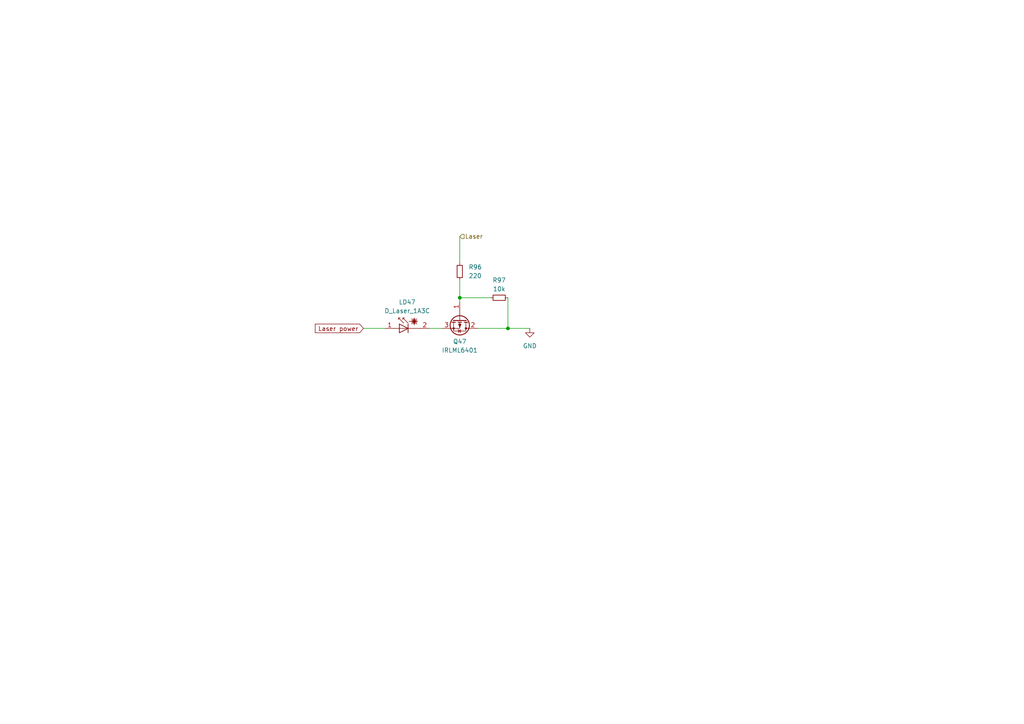
<source format=kicad_sch>
(kicad_sch
	(version 20231120)
	(generator "eeschema")
	(generator_version "8.0")
	(uuid "816df988-7a23-4563-9d03-96849cd3dab5")
	(paper "A4")
	(lib_symbols
		(symbol "Device:D_Laser_1A3C"
			(pin_names
				(offset 1.016) hide)
			(exclude_from_sim no)
			(in_bom yes)
			(on_board yes)
			(property "Reference" "LD"
				(at -1.27 4.445 0)
				(effects
					(font
						(size 1.27 1.27)
					)
				)
			)
			(property "Value" "D_Laser_1A3C"
				(at -1.27 -2.54 0)
				(effects
					(font
						(size 1.27 1.27)
					)
				)
			)
			(property "Footprint" ""
				(at -2.54 -0.635 0)
				(effects
					(font
						(size 1.27 1.27)
					)
					(hide yes)
				)
			)
			(property "Datasheet" "~"
				(at 0.762 -5.08 0)
				(effects
					(font
						(size 1.27 1.27)
					)
					(hide yes)
				)
			)
			(property "Description" "Laser diode, cathode on pin 3, anode on pin 1"
				(at 0 0 0)
				(effects
					(font
						(size 1.27 1.27)
					)
					(hide yes)
				)
			)
			(property "ki_keywords" "opto laserdiode"
				(at 0 0 0)
				(effects
					(font
						(size 1.27 1.27)
					)
					(hide yes)
				)
			)
			(property "ki_fp_filters" "*LaserDiode*"
				(at 0 0 0)
				(effects
					(font
						(size 1.27 1.27)
					)
					(hide yes)
				)
			)
			(symbol "D_Laser_1A3C_0_1"
				(polyline
					(pts
						(xy -4.064 1.27) (xy -2.54 2.794)
					)
					(stroke
						(width 0)
						(type default)
					)
					(fill
						(type none)
					)
				)
				(polyline
					(pts
						(xy -4.064 1.778) (xy -2.54 2.286)
					)
					(stroke
						(width 0)
						(type default)
					)
					(fill
						(type none)
					)
				)
				(polyline
					(pts
						(xy -4.064 2.286) (xy -2.54 1.778)
					)
					(stroke
						(width 0)
						(type default)
					)
					(fill
						(type none)
					)
				)
				(polyline
					(pts
						(xy -4.064 2.794) (xy -2.54 1.27)
					)
					(stroke
						(width 0)
						(type default)
					)
					(fill
						(type none)
					)
				)
				(polyline
					(pts
						(xy -3.556 2.794) (xy -3.048 1.27)
					)
					(stroke
						(width 0)
						(type default)
					)
					(fill
						(type none)
					)
				)
				(polyline
					(pts
						(xy -3.302 2.032) (xy -3.302 1.016)
					)
					(stroke
						(width 0)
						(type default)
					)
					(fill
						(type none)
					)
				)
				(polyline
					(pts
						(xy -3.302 2.032) (xy -3.302 3.048)
					)
					(stroke
						(width 0)
						(type default)
					)
					(fill
						(type none)
					)
				)
				(polyline
					(pts
						(xy -3.048 2.794) (xy -3.556 1.27)
					)
					(stroke
						(width 0)
						(type default)
					)
					(fill
						(type none)
					)
				)
				(polyline
					(pts
						(xy -1.778 2.032) (xy -4.318 2.032)
					)
					(stroke
						(width 0)
						(type default)
					)
					(fill
						(type none)
					)
				)
				(polyline
					(pts
						(xy -1.524 1.27) (xy -1.524 -1.27)
					)
					(stroke
						(width 0.2032)
						(type default)
					)
					(fill
						(type none)
					)
				)
				(polyline
					(pts
						(xy 1.27 3.048) (xy 0.762 3.048)
					)
					(stroke
						(width 0)
						(type default)
					)
					(fill
						(type none)
					)
				)
				(polyline
					(pts
						(xy 2.54 0) (xy -5.08 0)
					)
					(stroke
						(width 0)
						(type default)
					)
					(fill
						(type none)
					)
				)
				(polyline
					(pts
						(xy -0.254 1.524) (xy 1.27 3.048) (xy 1.27 2.54)
					)
					(stroke
						(width 0)
						(type default)
					)
					(fill
						(type none)
					)
				)
				(polyline
					(pts
						(xy 1.016 1.27) (xy 1.016 -1.27) (xy -1.524 0) (xy 1.016 1.27)
					)
					(stroke
						(width 0.2032)
						(type default)
					)
					(fill
						(type none)
					)
				)
				(polyline
					(pts
						(xy -1.524 1.524) (xy 0 3.048) (xy 0 2.54) (xy 0 3.048) (xy -0.508 3.048)
					)
					(stroke
						(width 0)
						(type default)
					)
					(fill
						(type none)
					)
				)
			)
			(symbol "D_Laser_1A3C_1_1"
				(pin passive line
					(at 5.08 0 180)
					(length 2.54)
					(name "A"
						(effects
							(font
								(size 1.27 1.27)
							)
						)
					)
					(number "1"
						(effects
							(font
								(size 1.27 1.27)
							)
						)
					)
				)
				(pin passive line
					(at -7.62 0 0)
					(length 2.54)
					(name "K"
						(effects
							(font
								(size 1.27 1.27)
							)
						)
					)
					(number "2"
						(effects
							(font
								(size 1.27 1.27)
							)
						)
					)
				)
			)
		)
		(symbol "Device:R_Small"
			(pin_numbers hide)
			(pin_names
				(offset 0.254) hide)
			(exclude_from_sim no)
			(in_bom yes)
			(on_board yes)
			(property "Reference" "R"
				(at 0.762 0.508 0)
				(effects
					(font
						(size 1.27 1.27)
					)
					(justify left)
				)
			)
			(property "Value" "R_Small"
				(at 0.762 -1.016 0)
				(effects
					(font
						(size 1.27 1.27)
					)
					(justify left)
				)
			)
			(property "Footprint" ""
				(at 0 0 0)
				(effects
					(font
						(size 1.27 1.27)
					)
					(hide yes)
				)
			)
			(property "Datasheet" "~"
				(at 0 0 0)
				(effects
					(font
						(size 1.27 1.27)
					)
					(hide yes)
				)
			)
			(property "Description" "Resistor, small symbol"
				(at 0 0 0)
				(effects
					(font
						(size 1.27 1.27)
					)
					(hide yes)
				)
			)
			(property "ki_keywords" "R resistor"
				(at 0 0 0)
				(effects
					(font
						(size 1.27 1.27)
					)
					(hide yes)
				)
			)
			(property "ki_fp_filters" "R_*"
				(at 0 0 0)
				(effects
					(font
						(size 1.27 1.27)
					)
					(hide yes)
				)
			)
			(symbol "R_Small_0_1"
				(rectangle
					(start -0.762 1.778)
					(end 0.762 -1.778)
					(stroke
						(width 0.2032)
						(type default)
					)
					(fill
						(type none)
					)
				)
			)
			(symbol "R_Small_1_1"
				(pin passive line
					(at 0 2.54 270)
					(length 0.762)
					(name "~"
						(effects
							(font
								(size 1.27 1.27)
							)
						)
					)
					(number "1"
						(effects
							(font
								(size 1.27 1.27)
							)
						)
					)
				)
				(pin passive line
					(at 0 -2.54 90)
					(length 0.762)
					(name "~"
						(effects
							(font
								(size 1.27 1.27)
							)
						)
					)
					(number "2"
						(effects
							(font
								(size 1.27 1.27)
							)
						)
					)
				)
			)
		)
		(symbol "Transistor_FET:IRLML6401"
			(pin_names hide)
			(exclude_from_sim no)
			(in_bom yes)
			(on_board yes)
			(property "Reference" "Q"
				(at 5.08 1.905 0)
				(effects
					(font
						(size 1.27 1.27)
					)
					(justify left)
				)
			)
			(property "Value" "IRLML6401"
				(at 5.08 0 0)
				(effects
					(font
						(size 1.27 1.27)
					)
					(justify left)
				)
			)
			(property "Footprint" "Package_TO_SOT_SMD:SOT-23"
				(at 5.08 -1.905 0)
				(effects
					(font
						(size 1.27 1.27)
						(italic yes)
					)
					(justify left)
					(hide yes)
				)
			)
			(property "Datasheet" "https://www.infineon.com/dgdl/irlml6401pbf.pdf?fileId=5546d462533600a401535668b96d2634"
				(at 5.08 -3.81 0)
				(effects
					(font
						(size 1.27 1.27)
					)
					(justify left)
					(hide yes)
				)
			)
			(property "Description" "-4.3A Id, -12V Vds, 50mOhm Rds, P-Channel HEXFET Power MOSFET, SOT-23"
				(at 0 0 0)
				(effects
					(font
						(size 1.27 1.27)
					)
					(hide yes)
				)
			)
			(property "ki_keywords" "P-Channel HEXFET MOSFET Logic-Level"
				(at 0 0 0)
				(effects
					(font
						(size 1.27 1.27)
					)
					(hide yes)
				)
			)
			(property "ki_fp_filters" "SOT?23*"
				(at 0 0 0)
				(effects
					(font
						(size 1.27 1.27)
					)
					(hide yes)
				)
			)
			(symbol "IRLML6401_0_1"
				(polyline
					(pts
						(xy 0.254 0) (xy -2.54 0)
					)
					(stroke
						(width 0)
						(type default)
					)
					(fill
						(type none)
					)
				)
				(polyline
					(pts
						(xy 0.254 1.905) (xy 0.254 -1.905)
					)
					(stroke
						(width 0.254)
						(type default)
					)
					(fill
						(type none)
					)
				)
				(polyline
					(pts
						(xy 0.762 -1.27) (xy 0.762 -2.286)
					)
					(stroke
						(width 0.254)
						(type default)
					)
					(fill
						(type none)
					)
				)
				(polyline
					(pts
						(xy 0.762 0.508) (xy 0.762 -0.508)
					)
					(stroke
						(width 0.254)
						(type default)
					)
					(fill
						(type none)
					)
				)
				(polyline
					(pts
						(xy 0.762 2.286) (xy 0.762 1.27)
					)
					(stroke
						(width 0.254)
						(type default)
					)
					(fill
						(type none)
					)
				)
				(polyline
					(pts
						(xy 2.54 2.54) (xy 2.54 1.778)
					)
					(stroke
						(width 0)
						(type default)
					)
					(fill
						(type none)
					)
				)
				(polyline
					(pts
						(xy 2.54 -2.54) (xy 2.54 0) (xy 0.762 0)
					)
					(stroke
						(width 0)
						(type default)
					)
					(fill
						(type none)
					)
				)
				(polyline
					(pts
						(xy 0.762 1.778) (xy 3.302 1.778) (xy 3.302 -1.778) (xy 0.762 -1.778)
					)
					(stroke
						(width 0)
						(type default)
					)
					(fill
						(type none)
					)
				)
				(polyline
					(pts
						(xy 2.286 0) (xy 1.27 0.381) (xy 1.27 -0.381) (xy 2.286 0)
					)
					(stroke
						(width 0)
						(type default)
					)
					(fill
						(type outline)
					)
				)
				(polyline
					(pts
						(xy 2.794 -0.508) (xy 2.921 -0.381) (xy 3.683 -0.381) (xy 3.81 -0.254)
					)
					(stroke
						(width 0)
						(type default)
					)
					(fill
						(type none)
					)
				)
				(polyline
					(pts
						(xy 3.302 -0.381) (xy 2.921 0.254) (xy 3.683 0.254) (xy 3.302 -0.381)
					)
					(stroke
						(width 0)
						(type default)
					)
					(fill
						(type none)
					)
				)
				(circle
					(center 1.651 0)
					(radius 2.794)
					(stroke
						(width 0.254)
						(type default)
					)
					(fill
						(type none)
					)
				)
				(circle
					(center 2.54 -1.778)
					(radius 0.254)
					(stroke
						(width 0)
						(type default)
					)
					(fill
						(type outline)
					)
				)
				(circle
					(center 2.54 1.778)
					(radius 0.254)
					(stroke
						(width 0)
						(type default)
					)
					(fill
						(type outline)
					)
				)
			)
			(symbol "IRLML6401_1_1"
				(pin input line
					(at -5.08 0 0)
					(length 2.54)
					(name "G"
						(effects
							(font
								(size 1.27 1.27)
							)
						)
					)
					(number "1"
						(effects
							(font
								(size 1.27 1.27)
							)
						)
					)
				)
				(pin passive line
					(at 2.54 5.08 270)
					(length 2.54)
					(name "S"
						(effects
							(font
								(size 1.27 1.27)
							)
						)
					)
					(number "2"
						(effects
							(font
								(size 1.27 1.27)
							)
						)
					)
				)
				(pin passive line
					(at 2.54 -5.08 90)
					(length 2.54)
					(name "D"
						(effects
							(font
								(size 1.27 1.27)
							)
						)
					)
					(number "3"
						(effects
							(font
								(size 1.27 1.27)
							)
						)
					)
				)
			)
		)
		(symbol "power:GND"
			(power)
			(pin_numbers hide)
			(pin_names
				(offset 0) hide)
			(exclude_from_sim no)
			(in_bom yes)
			(on_board yes)
			(property "Reference" "#PWR"
				(at 0 -6.35 0)
				(effects
					(font
						(size 1.27 1.27)
					)
					(hide yes)
				)
			)
			(property "Value" "GND"
				(at 0 -3.81 0)
				(effects
					(font
						(size 1.27 1.27)
					)
				)
			)
			(property "Footprint" ""
				(at 0 0 0)
				(effects
					(font
						(size 1.27 1.27)
					)
					(hide yes)
				)
			)
			(property "Datasheet" ""
				(at 0 0 0)
				(effects
					(font
						(size 1.27 1.27)
					)
					(hide yes)
				)
			)
			(property "Description" "Power symbol creates a global label with name \"GND\" , ground"
				(at 0 0 0)
				(effects
					(font
						(size 1.27 1.27)
					)
					(hide yes)
				)
			)
			(property "ki_keywords" "global power"
				(at 0 0 0)
				(effects
					(font
						(size 1.27 1.27)
					)
					(hide yes)
				)
			)
			(symbol "GND_0_1"
				(polyline
					(pts
						(xy 0 0) (xy 0 -1.27) (xy 1.27 -1.27) (xy 0 -2.54) (xy -1.27 -1.27) (xy 0 -1.27)
					)
					(stroke
						(width 0)
						(type default)
					)
					(fill
						(type none)
					)
				)
			)
			(symbol "GND_1_1"
				(pin power_in line
					(at 0 0 270)
					(length 0)
					(name "~"
						(effects
							(font
								(size 1.27 1.27)
							)
						)
					)
					(number "1"
						(effects
							(font
								(size 1.27 1.27)
							)
						)
					)
				)
			)
		)
	)
	(junction
		(at 133.35 86.36)
		(diameter 0)
		(color 0 0 0 0)
		(uuid "7e92dee1-a7a3-48b7-9ad6-f7eef6299e7e")
	)
	(junction
		(at 147.32 95.25)
		(diameter 0)
		(color 0 0 0 0)
		(uuid "f4a7dd74-9a87-488a-a012-d68d3803a683")
	)
	(wire
		(pts
			(xy 133.35 81.28) (xy 133.35 86.36)
		)
		(stroke
			(width 0)
			(type default)
		)
		(uuid "2223e546-7a71-4379-a7ea-3e8c93499027")
	)
	(wire
		(pts
			(xy 138.43 95.25) (xy 147.32 95.25)
		)
		(stroke
			(width 0)
			(type default)
		)
		(uuid "2e6a18d5-28e7-4e3b-9b4e-46c79a412955")
	)
	(wire
		(pts
			(xy 105.41 95.25) (xy 111.76 95.25)
		)
		(stroke
			(width 0)
			(type default)
		)
		(uuid "42423b70-9210-492c-b85f-22234ffcc5b1")
	)
	(wire
		(pts
			(xy 147.32 86.36) (xy 147.32 95.25)
		)
		(stroke
			(width 0)
			(type default)
		)
		(uuid "9bfd3259-e562-44a7-be5d-ccd16e710c0b")
	)
	(wire
		(pts
			(xy 133.35 68.58) (xy 133.35 76.2)
		)
		(stroke
			(width 0)
			(type default)
		)
		(uuid "a6c5394b-02bc-4d74-a521-9bef3d3b9861")
	)
	(wire
		(pts
			(xy 124.46 95.25) (xy 128.27 95.25)
		)
		(stroke
			(width 0)
			(type default)
		)
		(uuid "af1da87e-fb56-4801-9989-63f817163912")
	)
	(wire
		(pts
			(xy 133.35 86.36) (xy 142.24 86.36)
		)
		(stroke
			(width 0)
			(type default)
		)
		(uuid "bd370be0-fd18-49ef-ac91-c74f11592d43")
	)
	(wire
		(pts
			(xy 133.35 86.36) (xy 133.35 87.63)
		)
		(stroke
			(width 0)
			(type default)
		)
		(uuid "f1deb5f3-3812-4458-899e-24043d62c75d")
	)
	(wire
		(pts
			(xy 147.32 95.25) (xy 153.67 95.25)
		)
		(stroke
			(width 0)
			(type default)
		)
		(uuid "fdbd9984-c8fc-4bdc-9a0e-588cfae1137d")
	)
	(global_label "Laser power"
		(shape input)
		(at 105.41 95.25 180)
		(fields_autoplaced yes)
		(effects
			(font
				(size 1.27 1.27)
			)
			(justify right)
		)
		(uuid "33baa08f-138e-4462-8984-d644e93e4bf8")
		(property "Intersheetrefs" "${INTERSHEET_REFS}"
			(at 90.8739 95.25 0)
			(effects
				(font
					(size 1.27 1.27)
				)
				(justify right)
				(hide yes)
			)
		)
	)
	(hierarchical_label "Laser"
		(shape input)
		(at 133.35 68.58 0)
		(fields_autoplaced yes)
		(effects
			(font
				(size 1.27 1.27)
			)
			(justify left)
		)
		(uuid "942928e8-2d07-4b97-b38e-b1574da31085")
	)
	(symbol
		(lib_id "power:GND")
		(at 153.67 95.25 0)
		(unit 1)
		(exclude_from_sim no)
		(in_bom yes)
		(on_board yes)
		(dnp no)
		(fields_autoplaced yes)
		(uuid "0a1f41c6-6a43-4df3-8a7d-2012e355e00b")
		(property "Reference" "#PWR0157"
			(at 153.67 101.6 0)
			(effects
				(font
					(size 1.27 1.27)
				)
				(hide yes)
			)
		)
		(property "Value" "GND"
			(at 153.67 100.33 0)
			(effects
				(font
					(size 1.27 1.27)
				)
			)
		)
		(property "Footprint" ""
			(at 153.67 95.25 0)
			(effects
				(font
					(size 1.27 1.27)
				)
				(hide yes)
			)
		)
		(property "Datasheet" ""
			(at 153.67 95.25 0)
			(effects
				(font
					(size 1.27 1.27)
				)
				(hide yes)
			)
		)
		(property "Description" "Power symbol creates a global label with name \"GND\" , ground"
			(at 153.67 95.25 0)
			(effects
				(font
					(size 1.27 1.27)
				)
				(hide yes)
			)
		)
		(pin "1"
			(uuid "d3dea38e-285e-4fde-8c27-643715c6869a")
		)
		(instances
			(project "laserboard_2.0"
				(path "/ea355f14-8be2-44af-b81d-a2bbe9832d12/70daf87b-a5ef-4e75-a85e-0d0c1cd21008/34a424d0-a99d-415d-b9ce-b33863ce4b18"
					(reference "#PWR0157")
					(unit 1)
				)
				(path "/ea355f14-8be2-44af-b81d-a2bbe9832d12/70daf87b-a5ef-4e75-a85e-0d0c1cd21008/3527de80-8710-4741-bb35-7532e2815be7"
					(reference "#PWR0153")
					(unit 1)
				)
				(path "/ea355f14-8be2-44af-b81d-a2bbe9832d12/70daf87b-a5ef-4e75-a85e-0d0c1cd21008/5ae28461-2631-44ea-a13a-6ef2c9bd523f"
					(reference "#PWR0160")
					(unit 1)
				)
				(path "/ea355f14-8be2-44af-b81d-a2bbe9832d12/70daf87b-a5ef-4e75-a85e-0d0c1cd21008/67480c15-c72c-4c38-a384-b3f490e93c4e"
					(reference "#PWR0152")
					(unit 1)
				)
				(path "/ea355f14-8be2-44af-b81d-a2bbe9832d12/70daf87b-a5ef-4e75-a85e-0d0c1cd21008/88f08142-81d2-4bed-b627-3a08bf46a466"
					(reference "#PWR0158")
					(unit 1)
				)
				(path "/ea355f14-8be2-44af-b81d-a2bbe9832d12/70daf87b-a5ef-4e75-a85e-0d0c1cd21008/8be8bb99-11f5-4602-a47c-fd7b9a82fe04"
					(reference "#PWR0159")
					(unit 1)
				)
				(path "/ea355f14-8be2-44af-b81d-a2bbe9832d12/70daf87b-a5ef-4e75-a85e-0d0c1cd21008/94dfed94-821d-4a37-8e7a-bf4ae1ac250d"
					(reference "#PWR0156")
					(unit 1)
				)
				(path "/ea355f14-8be2-44af-b81d-a2bbe9832d12/70daf87b-a5ef-4e75-a85e-0d0c1cd21008/c57ed95a-7229-4049-972a-09dba4f50b6d"
					(reference "#PWR0155")
					(unit 1)
				)
				(path "/ea355f14-8be2-44af-b81d-a2bbe9832d12/70daf87b-a5ef-4e75-a85e-0d0c1cd21008/cafe671c-9990-4645-a8fb-61a61356d7aa"
					(reference "#PWR0151")
					(unit 1)
				)
				(path "/ea355f14-8be2-44af-b81d-a2bbe9832d12/70daf87b-a5ef-4e75-a85e-0d0c1cd21008/dd267dfc-59d3-496e-b92d-0e28df83ce18"
					(reference "#PWR0154")
					(unit 1)
				)
				(path "/ea355f14-8be2-44af-b81d-a2bbe9832d12/7b80122e-90bc-460c-84b6-87107ec7b4b1/196cd467-2bfd-49ed-a1d7-010a6f423a31"
					(reference "#PWR0112")
					(unit 1)
				)
				(path "/ea355f14-8be2-44af-b81d-a2bbe9832d12/7b80122e-90bc-460c-84b6-87107ec7b4b1/1b1753f4-e18d-4b14-a48a-2ffa68bdcb23"
					(reference "#PWR0113")
					(unit 1)
				)
				(path "/ea355f14-8be2-44af-b81d-a2bbe9832d12/7b80122e-90bc-460c-84b6-87107ec7b4b1/2fd9a432-f607-44cb-acf9-aa1c2b243f23"
					(reference "#PWR0126")
					(unit 1)
				)
				(path "/ea355f14-8be2-44af-b81d-a2bbe9832d12/7b80122e-90bc-460c-84b6-87107ec7b4b1/3e43bb91-96fc-4041-9254-ecd250925ce3"
					(reference "#PWR0120")
					(unit 1)
				)
				(path "/ea355f14-8be2-44af-b81d-a2bbe9832d12/7b80122e-90bc-460c-84b6-87107ec7b4b1/3f0d2497-ef6e-43fb-a0d0-c6753d9da325"
					(reference "#PWR0130")
					(unit 1)
				)
				(path "/ea355f14-8be2-44af-b81d-a2bbe9832d12/7b80122e-90bc-460c-84b6-87107ec7b4b1/44e6893e-6a88-4489-a664-b2395ae9596e"
					(reference "#PWR0125")
					(unit 1)
				)
				(path "/ea355f14-8be2-44af-b81d-a2bbe9832d12/7b80122e-90bc-460c-84b6-87107ec7b4b1/46acfac0-026b-4c3f-b81f-543305ebe301"
					(reference "#PWR0124")
					(unit 1)
				)
				(path "/ea355f14-8be2-44af-b81d-a2bbe9832d12/7b80122e-90bc-460c-84b6-87107ec7b4b1/71c149dc-1374-4327-bcd7-943301052f20"
					(reference "#PWR0114")
					(unit 1)
				)
				(path "/ea355f14-8be2-44af-b81d-a2bbe9832d12/7b80122e-90bc-460c-84b6-87107ec7b4b1/72a08a5f-7220-48d3-a7f7-63261c85e90e"
					(reference "#PWR0122")
					(unit 1)
				)
				(path "/ea355f14-8be2-44af-b81d-a2bbe9832d12/7b80122e-90bc-460c-84b6-87107ec7b4b1/89be0998-ab84-4b11-b24a-83b9b45b8582"
					(reference "#PWR0128")
					(unit 1)
				)
				(path "/ea355f14-8be2-44af-b81d-a2bbe9832d12/7b80122e-90bc-460c-84b6-87107ec7b4b1/89fa5595-1d91-4d11-8d9a-98a54bcaa571"
					(reference "#PWR0127")
					(unit 1)
				)
				(path "/ea355f14-8be2-44af-b81d-a2bbe9832d12/7b80122e-90bc-460c-84b6-87107ec7b4b1/8a9705ad-4537-4dde-961a-6d7f7a9fb48f"
					(reference "#PWR0111")
					(unit 1)
				)
				(path "/ea355f14-8be2-44af-b81d-a2bbe9832d12/7b80122e-90bc-460c-84b6-87107ec7b4b1/8d18212f-6858-4995-91cc-261bb3084b01"
					(reference "#PWR0118")
					(unit 1)
				)
				(path "/ea355f14-8be2-44af-b81d-a2bbe9832d12/7b80122e-90bc-460c-84b6-87107ec7b4b1/9dbd3c32-809e-4197-b3f4-6498c4fa05cb"
					(reference "#PWR0116")
					(unit 1)
				)
				(path "/ea355f14-8be2-44af-b81d-a2bbe9832d12/7b80122e-90bc-460c-84b6-87107ec7b4b1/a379aa06-5b61-400c-9f30-663d77f9a6a4"
					(reference "#PWR0121")
					(unit 1)
				)
				(path "/ea355f14-8be2-44af-b81d-a2bbe9832d12/7b80122e-90bc-460c-84b6-87107ec7b4b1/c789ea69-7dbd-4540-b692-30d2138f9d49"
					(reference "#PWR0115")
					(unit 1)
				)
				(path "/ea355f14-8be2-44af-b81d-a2bbe9832d12/7b80122e-90bc-460c-84b6-87107ec7b4b1/dadbb50e-7c84-4473-9f82-1791d37e8a9e"
					(reference "#PWR0123")
					(unit 1)
				)
				(path "/ea355f14-8be2-44af-b81d-a2bbe9832d12/7b80122e-90bc-460c-84b6-87107ec7b4b1/ebb91a02-59ee-439b-a6fb-a132bb1eeb09"
					(reference "#PWR0117")
					(unit 1)
				)
				(path "/ea355f14-8be2-44af-b81d-a2bbe9832d12/7b80122e-90bc-460c-84b6-87107ec7b4b1/f7134eab-3831-48b5-99b9-dfb43ec43bd7"
					(reference "#PWR0119")
					(unit 1)
				)
				(path "/ea355f14-8be2-44af-b81d-a2bbe9832d12/7b80122e-90bc-460c-84b6-87107ec7b4b1/f88a3a40-1a4d-4590-b968-989f3d5cbcb2"
					(reference "#PWR0129")
					(unit 1)
				)
				(path "/ea355f14-8be2-44af-b81d-a2bbe9832d12/d1bcb30e-e470-4107-9f02-f09ed096de38/077d6378-a63b-4708-ac63-06ea996e4bd3"
					(reference "#PWR0144")
					(unit 1)
				)
				(path "/ea355f14-8be2-44af-b81d-a2bbe9832d12/d1bcb30e-e470-4107-9f02-f09ed096de38/08f02930-cf31-401d-b23f-78d60bbe9828"
					(reference "#PWR0132")
					(unit 1)
				)
				(path "/ea355f14-8be2-44af-b81d-a2bbe9832d12/d1bcb30e-e470-4107-9f02-f09ed096de38/09cb50c4-d982-4bd5-b215-10c7770c3db1"
					(reference "#PWR0147")
					(unit 1)
				)
				(path "/ea355f14-8be2-44af-b81d-a2bbe9832d12/d1bcb30e-e470-4107-9f02-f09ed096de38/22bf1d44-1a9f-4e2b-b2a9-601b164bc9c5"
					(reference "#PWR0135")
					(unit 1)
				)
				(path "/ea355f14-8be2-44af-b81d-a2bbe9832d12/d1bcb30e-e470-4107-9f02-f09ed096de38/28edbb42-c704-434d-8f70-c90065ad9112"
					(reference "#PWR0148")
					(unit 1)
				)
				(path "/ea355f14-8be2-44af-b81d-a2bbe9832d12/d1bcb30e-e470-4107-9f02-f09ed096de38/41b54672-83b6-489d-b371-cb311919cbb5"
					(reference "#PWR0133")
					(unit 1)
				)
				(path "/ea355f14-8be2-44af-b81d-a2bbe9832d12/d1bcb30e-e470-4107-9f02-f09ed096de38/58b58864-ab20-4485-ac06-3465eef503bd"
					(reference "#PWR0140")
					(unit 1)
				)
				(path "/ea355f14-8be2-44af-b81d-a2bbe9832d12/d1bcb30e-e470-4107-9f02-f09ed096de38/648275a0-fbd8-45bc-abea-8cd6ad9907bf"
					(reference "#PWR0141")
					(unit 1)
				)
				(path "/ea355f14-8be2-44af-b81d-a2bbe9832d12/d1bcb30e-e470-4107-9f02-f09ed096de38/6ce48db2-0583-45dc-8db3-a13a232471dc"
					(reference "#PWR0146")
					(unit 1)
				)
				(path "/ea355f14-8be2-44af-b81d-a2bbe9832d12/d1bcb30e-e470-4107-9f02-f09ed096de38/6f9590f7-f589-4716-9fa2-080c3b7c1a7f"
					(reference "#PWR0139")
					(unit 1)
				)
				(path "/ea355f14-8be2-44af-b81d-a2bbe9832d12/d1bcb30e-e470-4107-9f02-f09ed096de38/725df1d7-aa09-4838-9d28-2a4453e2fa75"
					(reference "#PWR0143")
					(unit 1)
				)
				(path "/ea355f14-8be2-44af-b81d-a2bbe9832d12/d1bcb30e-e470-4107-9f02-f09ed096de38/893a057b-421e-48dc-bf8c-2771218f9124"
					(reference "#PWR0137")
					(unit 1)
				)
				(path "/ea355f14-8be2-44af-b81d-a2bbe9832d12/d1bcb30e-e470-4107-9f02-f09ed096de38/92258576-4a7e-4173-8f11-c63f426cd18a"
					(reference "#PWR0131")
					(unit 1)
				)
				(path "/ea355f14-8be2-44af-b81d-a2bbe9832d12/d1bcb30e-e470-4107-9f02-f09ed096de38/9c28feac-7699-483b-bb7a-37740a6d2c08"
					(reference "#PWR0149")
					(unit 1)
				)
				(path "/ea355f14-8be2-44af-b81d-a2bbe9832d12/d1bcb30e-e470-4107-9f02-f09ed096de38/a6d1bbe5-2fe7-49ed-bfb1-c4c47efefa92"
					(reference "#PWR0150")
					(unit 1)
				)
				(path "/ea355f14-8be2-44af-b81d-a2bbe9832d12/d1bcb30e-e470-4107-9f02-f09ed096de38/b0795701-d223-4ae9-8d8f-c5e6edcd3263"
					(reference "#PWR0145")
					(unit 1)
				)
				(path "/ea355f14-8be2-44af-b81d-a2bbe9832d12/d1bcb30e-e470-4107-9f02-f09ed096de38/b49740b2-c255-4994-b819-31c252df5cb2"
					(reference "#PWR0142")
					(unit 1)
				)
				(path "/ea355f14-8be2-44af-b81d-a2bbe9832d12/d1bcb30e-e470-4107-9f02-f09ed096de38/dbb9f885-d0fe-4390-b43f-aa370ebf5de6"
					(reference "#PWR0134")
					(unit 1)
				)
				(path "/ea355f14-8be2-44af-b81d-a2bbe9832d12/d1bcb30e-e470-4107-9f02-f09ed096de38/e455e1dd-217b-4813-8ab2-8f2d8263be29"
					(reference "#PWR0138")
					(unit 1)
				)
				(path "/ea355f14-8be2-44af-b81d-a2bbe9832d12/d1bcb30e-e470-4107-9f02-f09ed096de38/ee4c34cd-1bd8-43e8-8889-52be6508f079"
					(reference "#PWR0136")
					(unit 1)
				)
			)
		)
	)
	(symbol
		(lib_id "Transistor_FET:IRLML6401")
		(at 133.35 92.71 270)
		(unit 1)
		(exclude_from_sim no)
		(in_bom yes)
		(on_board yes)
		(dnp no)
		(fields_autoplaced yes)
		(uuid "b20d62d6-7643-4435-bc0c-cab214baa04c")
		(property "Reference" "Q47"
			(at 133.35 99.06 90)
			(effects
				(font
					(size 1.27 1.27)
				)
			)
		)
		(property "Value" "IRLML6401"
			(at 133.35 101.6 90)
			(effects
				(font
					(size 1.27 1.27)
				)
			)
		)
		(property "Footprint" "Package_TO_SOT_SMD:SOT-23"
			(at 131.445 97.79 0)
			(effects
				(font
					(size 1.27 1.27)
					(italic yes)
				)
				(justify left)
				(hide yes)
			)
		)
		(property "Datasheet" "https://www.infineon.com/dgdl/irlml6401pbf.pdf?fileId=5546d462533600a401535668b96d2634"
			(at 129.54 97.79 0)
			(effects
				(font
					(size 1.27 1.27)
				)
				(justify left)
				(hide yes)
			)
		)
		(property "Description" "-4.3A Id, -12V Vds, 50mOhm Rds, P-Channel HEXFET Power MOSFET, SOT-23"
			(at 133.35 92.71 0)
			(effects
				(font
					(size 1.27 1.27)
				)
				(hide yes)
			)
		)
		(pin "1"
			(uuid "32919377-9ea5-4a82-93e1-500802a0673e")
		)
		(pin "2"
			(uuid "b550f219-d70e-46c3-af46-1d10289d6708")
		)
		(pin "3"
			(uuid "f4298716-98d6-45e6-bd3e-69a9fbfcc390")
		)
		(instances
			(project "laserboard_2.0"
				(path "/ea355f14-8be2-44af-b81d-a2bbe9832d12/70daf87b-a5ef-4e75-a85e-0d0c1cd21008/34a424d0-a99d-415d-b9ce-b33863ce4b18"
					(reference "Q47")
					(unit 1)
				)
				(path "/ea355f14-8be2-44af-b81d-a2bbe9832d12/70daf87b-a5ef-4e75-a85e-0d0c1cd21008/3527de80-8710-4741-bb35-7532e2815be7"
					(reference "Q43")
					(unit 1)
				)
				(path "/ea355f14-8be2-44af-b81d-a2bbe9832d12/70daf87b-a5ef-4e75-a85e-0d0c1cd21008/5ae28461-2631-44ea-a13a-6ef2c9bd523f"
					(reference "Q50")
					(unit 1)
				)
				(path "/ea355f14-8be2-44af-b81d-a2bbe9832d12/70daf87b-a5ef-4e75-a85e-0d0c1cd21008/67480c15-c72c-4c38-a384-b3f490e93c4e"
					(reference "Q42")
					(unit 1)
				)
				(path "/ea355f14-8be2-44af-b81d-a2bbe9832d12/70daf87b-a5ef-4e75-a85e-0d0c1cd21008/88f08142-81d2-4bed-b627-3a08bf46a466"
					(reference "Q48")
					(unit 1)
				)
				(path "/ea355f14-8be2-44af-b81d-a2bbe9832d12/70daf87b-a5ef-4e75-a85e-0d0c1cd21008/8be8bb99-11f5-4602-a47c-fd7b9a82fe04"
					(reference "Q49")
					(unit 1)
				)
				(path "/ea355f14-8be2-44af-b81d-a2bbe9832d12/70daf87b-a5ef-4e75-a85e-0d0c1cd21008/94dfed94-821d-4a37-8e7a-bf4ae1ac250d"
					(reference "Q46")
					(unit 1)
				)
				(path "/ea355f14-8be2-44af-b81d-a2bbe9832d12/70daf87b-a5ef-4e75-a85e-0d0c1cd21008/c57ed95a-7229-4049-972a-09dba4f50b6d"
					(reference "Q45")
					(unit 1)
				)
				(path "/ea355f14-8be2-44af-b81d-a2bbe9832d12/70daf87b-a5ef-4e75-a85e-0d0c1cd21008/cafe671c-9990-4645-a8fb-61a61356d7aa"
					(reference "Q41")
					(unit 1)
				)
				(path "/ea355f14-8be2-44af-b81d-a2bbe9832d12/70daf87b-a5ef-4e75-a85e-0d0c1cd21008/dd267dfc-59d3-496e-b92d-0e28df83ce18"
					(reference "Q44")
					(unit 1)
				)
				(path "/ea355f14-8be2-44af-b81d-a2bbe9832d12/7b80122e-90bc-460c-84b6-87107ec7b4b1/196cd467-2bfd-49ed-a1d7-010a6f423a31"
					(reference "Q2")
					(unit 1)
				)
				(path "/ea355f14-8be2-44af-b81d-a2bbe9832d12/7b80122e-90bc-460c-84b6-87107ec7b4b1/1b1753f4-e18d-4b14-a48a-2ffa68bdcb23"
					(reference "Q3")
					(unit 1)
				)
				(path "/ea355f14-8be2-44af-b81d-a2bbe9832d12/7b80122e-90bc-460c-84b6-87107ec7b4b1/2fd9a432-f607-44cb-acf9-aa1c2b243f23"
					(reference "Q16")
					(unit 1)
				)
				(path "/ea355f14-8be2-44af-b81d-a2bbe9832d12/7b80122e-90bc-460c-84b6-87107ec7b4b1/3e43bb91-96fc-4041-9254-ecd250925ce3"
					(reference "Q10")
					(unit 1)
				)
				(path "/ea355f14-8be2-44af-b81d-a2bbe9832d12/7b80122e-90bc-460c-84b6-87107ec7b4b1/3f0d2497-ef6e-43fb-a0d0-c6753d9da325"
					(reference "Q20")
					(unit 1)
				)
				(path "/ea355f14-8be2-44af-b81d-a2bbe9832d12/7b80122e-90bc-460c-84b6-87107ec7b4b1/44e6893e-6a88-4489-a664-b2395ae9596e"
					(reference "Q15")
					(unit 1)
				)
				(path "/ea355f14-8be2-44af-b81d-a2bbe9832d12/7b80122e-90bc-460c-84b6-87107ec7b4b1/46acfac0-026b-4c3f-b81f-543305ebe301"
					(reference "Q14")
					(unit 1)
				)
				(path "/ea355f14-8be2-44af-b81d-a2bbe9832d12/7b80122e-90bc-460c-84b6-87107ec7b4b1/71c149dc-1374-4327-bcd7-943301052f20"
					(reference "Q4")
					(unit 1)
				)
				(path "/ea355f14-8be2-44af-b81d-a2bbe9832d12/7b80122e-90bc-460c-84b6-87107ec7b4b1/72a08a5f-7220-48d3-a7f7-63261c85e90e"
					(reference "Q12")
					(unit 1)
				)
				(path "/ea355f14-8be2-44af-b81d-a2bbe9832d12/7b80122e-90bc-460c-84b6-87107ec7b4b1/89be0998-ab84-4b11-b24a-83b9b45b8582"
					(reference "Q18")
					(unit 1)
				)
				(path "/ea355f14-8be2-44af-b81d-a2bbe9832d12/7b80122e-90bc-460c-84b6-87107ec7b4b1/89fa5595-1d91-4d11-8d9a-98a54bcaa571"
					(reference "Q17")
					(unit 1)
				)
				(path "/ea355f14-8be2-44af-b81d-a2bbe9832d12/7b80122e-90bc-460c-84b6-87107ec7b4b1/8a9705ad-4537-4dde-961a-6d7f7a9fb48f"
					(reference "Q1")
					(unit 1)
				)
				(path "/ea355f14-8be2-44af-b81d-a2bbe9832d12/7b80122e-90bc-460c-84b6-87107ec7b4b1/8d18212f-6858-4995-91cc-261bb3084b01"
					(reference "Q8")
					(unit 1)
				)
				(path "/ea355f14-8be2-44af-b81d-a2bbe9832d12/7b80122e-90bc-460c-84b6-87107ec7b4b1/9dbd3c32-809e-4197-b3f4-6498c4fa05cb"
					(reference "Q6")
					(unit 1)
				)
				(path "/ea355f14-8be2-44af-b81d-a2bbe9832d12/7b80122e-90bc-460c-84b6-87107ec7b4b1/a379aa06-5b61-400c-9f30-663d77f9a6a4"
					(reference "Q11")
					(unit 1)
				)
				(path "/ea355f14-8be2-44af-b81d-a2bbe9832d12/7b80122e-90bc-460c-84b6-87107ec7b4b1/c789ea69-7dbd-4540-b692-30d2138f9d49"
					(reference "Q5")
					(unit 1)
				)
				(path "/ea355f14-8be2-44af-b81d-a2bbe9832d12/7b80122e-90bc-460c-84b6-87107ec7b4b1/dadbb50e-7c84-4473-9f82-1791d37e8a9e"
					(reference "Q13")
					(unit 1)
				)
				(path "/ea355f14-8be2-44af-b81d-a2bbe9832d12/7b80122e-90bc-460c-84b6-87107ec7b4b1/ebb91a02-59ee-439b-a6fb-a132bb1eeb09"
					(reference "Q7")
					(unit 1)
				)
				(path "/ea355f14-8be2-44af-b81d-a2bbe9832d12/7b80122e-90bc-460c-84b6-87107ec7b4b1/f7134eab-3831-48b5-99b9-dfb43ec43bd7"
					(reference "Q9")
					(unit 1)
				)
				(path "/ea355f14-8be2-44af-b81d-a2bbe9832d12/7b80122e-90bc-460c-84b6-87107ec7b4b1/f88a3a40-1a4d-4590-b968-989f3d5cbcb2"
					(reference "Q19")
					(unit 1)
				)
				(path "/ea355f14-8be2-44af-b81d-a2bbe9832d12/d1bcb30e-e470-4107-9f02-f09ed096de38/077d6378-a63b-4708-ac63-06ea996e4bd3"
					(reference "Q34")
					(unit 1)
				)
				(path "/ea355f14-8be2-44af-b81d-a2bbe9832d12/d1bcb30e-e470-4107-9f02-f09ed096de38/08f02930-cf31-401d-b23f-78d60bbe9828"
					(reference "Q22")
					(unit 1)
				)
				(path "/ea355f14-8be2-44af-b81d-a2bbe9832d12/d1bcb30e-e470-4107-9f02-f09ed096de38/09cb50c4-d982-4bd5-b215-10c7770c3db1"
					(reference "Q37")
					(unit 1)
				)
				(path "/ea355f14-8be2-44af-b81d-a2bbe9832d12/d1bcb30e-e470-4107-9f02-f09ed096de38/22bf1d44-1a9f-4e2b-b2a9-601b164bc9c5"
					(reference "Q25")
					(unit 1)
				)
				(path "/ea355f14-8be2-44af-b81d-a2bbe9832d12/d1bcb30e-e470-4107-9f02-f09ed096de38/28edbb42-c704-434d-8f70-c90065ad9112"
					(reference "Q38")
					(unit 1)
				)
				(path "/ea355f14-8be2-44af-b81d-a2bbe9832d12/d1bcb30e-e470-4107-9f02-f09ed096de38/41b54672-83b6-489d-b371-cb311919cbb5"
					(reference "Q23")
					(unit 1)
				)
				(path "/ea355f14-8be2-44af-b81d-a2bbe9832d12/d1bcb30e-e470-4107-9f02-f09ed096de38/58b58864-ab20-4485-ac06-3465eef503bd"
					(reference "Q30")
					(unit 1)
				)
				(path "/ea355f14-8be2-44af-b81d-a2bbe9832d12/d1bcb30e-e470-4107-9f02-f09ed096de38/648275a0-fbd8-45bc-abea-8cd6ad9907bf"
					(reference "Q31")
					(unit 1)
				)
				(path "/ea355f14-8be2-44af-b81d-a2bbe9832d12/d1bcb30e-e470-4107-9f02-f09ed096de38/6ce48db2-0583-45dc-8db3-a13a232471dc"
					(reference "Q36")
					(unit 1)
				)
				(path "/ea355f14-8be2-44af-b81d-a2bbe9832d12/d1bcb30e-e470-4107-9f02-f09ed096de38/6f9590f7-f589-4716-9fa2-080c3b7c1a7f"
					(reference "Q29")
					(unit 1)
				)
				(path "/ea355f14-8be2-44af-b81d-a2bbe9832d12/d1bcb30e-e470-4107-9f02-f09ed096de38/725df1d7-aa09-4838-9d28-2a4453e2fa75"
					(reference "Q33")
					(unit 1)
				)
				(path "/ea355f14-8be2-44af-b81d-a2bbe9832d12/d1bcb30e-e470-4107-9f02-f09ed096de38/893a057b-421e-48dc-bf8c-2771218f9124"
					(reference "Q27")
					(unit 1)
				)
				(path "/ea355f14-8be2-44af-b81d-a2bbe9832d12/d1bcb30e-e470-4107-9f02-f09ed096de38/92258576-4a7e-4173-8f11-c63f426cd18a"
					(reference "Q21")
					(unit 1)
				)
				(path "/ea355f14-8be2-44af-b81d-a2bbe9832d12/d1bcb30e-e470-4107-9f02-f09ed096de38/9c28feac-7699-483b-bb7a-37740a6d2c08"
					(reference "Q39")
					(unit 1)
				)
				(path "/ea355f14-8be2-44af-b81d-a2bbe9832d12/d1bcb30e-e470-4107-9f02-f09ed096de38/a6d1bbe5-2fe7-49ed-bfb1-c4c47efefa92"
					(reference "Q40")
					(unit 1)
				)
				(path "/ea355f14-8be2-44af-b81d-a2bbe9832d12/d1bcb30e-e470-4107-9f02-f09ed096de38/b0795701-d223-4ae9-8d8f-c5e6edcd3263"
					(reference "Q35")
					(unit 1)
				)
				(path "/ea355f14-8be2-44af-b81d-a2bbe9832d12/d1bcb30e-e470-4107-9f02-f09ed096de38/b49740b2-c255-4994-b819-31c252df5cb2"
					(reference "Q32")
					(unit 1)
				)
				(path "/ea355f14-8be2-44af-b81d-a2bbe9832d12/d1bcb30e-e470-4107-9f02-f09ed096de38/dbb9f885-d0fe-4390-b43f-aa370ebf5de6"
					(reference "Q24")
					(unit 1)
				)
				(path "/ea355f14-8be2-44af-b81d-a2bbe9832d12/d1bcb30e-e470-4107-9f02-f09ed096de38/e455e1dd-217b-4813-8ab2-8f2d8263be29"
					(reference "Q28")
					(unit 1)
				)
				(path "/ea355f14-8be2-44af-b81d-a2bbe9832d12/d1bcb30e-e470-4107-9f02-f09ed096de38/ee4c34cd-1bd8-43e8-8889-52be6508f079"
					(reference "Q26")
					(unit 1)
				)
			)
		)
	)
	(symbol
		(lib_id "Device:R_Small")
		(at 133.35 78.74 0)
		(unit 1)
		(exclude_from_sim no)
		(in_bom yes)
		(on_board yes)
		(dnp no)
		(fields_autoplaced yes)
		(uuid "bfac2b68-2acb-4903-b097-56ec863aebd5")
		(property "Reference" "R96"
			(at 135.89 77.4699 0)
			(effects
				(font
					(size 1.27 1.27)
				)
				(justify left)
			)
		)
		(property "Value" "220"
			(at 135.89 80.0099 0)
			(effects
				(font
					(size 1.27 1.27)
				)
				(justify left)
			)
		)
		(property "Footprint" "Resistor_SMD:R_0603_1608Metric"
			(at 133.35 78.74 0)
			(effects
				(font
					(size 1.27 1.27)
				)
				(hide yes)
			)
		)
		(property "Datasheet" "~"
			(at 133.35 78.74 0)
			(effects
				(font
					(size 1.27 1.27)
				)
				(hide yes)
			)
		)
		(property "Description" "Resistor, small symbol"
			(at 133.35 78.74 0)
			(effects
				(font
					(size 1.27 1.27)
				)
				(hide yes)
			)
		)
		(pin "1"
			(uuid "a4b7a543-1837-46bc-b2c8-ddb57e28c444")
		)
		(pin "2"
			(uuid "85da8f63-86f7-4175-852e-a9ed552acc1d")
		)
		(instances
			(project "laserboard_2.0"
				(path "/ea355f14-8be2-44af-b81d-a2bbe9832d12/70daf87b-a5ef-4e75-a85e-0d0c1cd21008/34a424d0-a99d-415d-b9ce-b33863ce4b18"
					(reference "R96")
					(unit 1)
				)
				(path "/ea355f14-8be2-44af-b81d-a2bbe9832d12/70daf87b-a5ef-4e75-a85e-0d0c1cd21008/3527de80-8710-4741-bb35-7532e2815be7"
					(reference "R88")
					(unit 1)
				)
				(path "/ea355f14-8be2-44af-b81d-a2bbe9832d12/70daf87b-a5ef-4e75-a85e-0d0c1cd21008/5ae28461-2631-44ea-a13a-6ef2c9bd523f"
					(reference "R102")
					(unit 1)
				)
				(path "/ea355f14-8be2-44af-b81d-a2bbe9832d12/70daf87b-a5ef-4e75-a85e-0d0c1cd21008/67480c15-c72c-4c38-a384-b3f490e93c4e"
					(reference "R86")
					(unit 1)
				)
				(path "/ea355f14-8be2-44af-b81d-a2bbe9832d12/70daf87b-a5ef-4e75-a85e-0d0c1cd21008/88f08142-81d2-4bed-b627-3a08bf46a466"
					(reference "R98")
					(unit 1)
				)
				(path "/ea355f14-8be2-44af-b81d-a2bbe9832d12/70daf87b-a5ef-4e75-a85e-0d0c1cd21008/8be8bb99-11f5-4602-a47c-fd7b9a82fe04"
					(reference "R100")
					(unit 1)
				)
				(path "/ea355f14-8be2-44af-b81d-a2bbe9832d12/70daf87b-a5ef-4e75-a85e-0d0c1cd21008/94dfed94-821d-4a37-8e7a-bf4ae1ac250d"
					(reference "R94")
					(unit 1)
				)
				(path "/ea355f14-8be2-44af-b81d-a2bbe9832d12/70daf87b-a5ef-4e75-a85e-0d0c1cd21008/c57ed95a-7229-4049-972a-09dba4f50b6d"
					(reference "R92")
					(unit 1)
				)
				(path "/ea355f14-8be2-44af-b81d-a2bbe9832d12/70daf87b-a5ef-4e75-a85e-0d0c1cd21008/cafe671c-9990-4645-a8fb-61a61356d7aa"
					(reference "R84")
					(unit 1)
				)
				(path "/ea355f14-8be2-44af-b81d-a2bbe9832d12/70daf87b-a5ef-4e75-a85e-0d0c1cd21008/dd267dfc-59d3-496e-b92d-0e28df83ce18"
					(reference "R90")
					(unit 1)
				)
				(path "/ea355f14-8be2-44af-b81d-a2bbe9832d12/7b80122e-90bc-460c-84b6-87107ec7b4b1/196cd467-2bfd-49ed-a1d7-010a6f423a31"
					(reference "R6")
					(unit 1)
				)
				(path "/ea355f14-8be2-44af-b81d-a2bbe9832d12/7b80122e-90bc-460c-84b6-87107ec7b4b1/1b1753f4-e18d-4b14-a48a-2ffa68bdcb23"
					(reference "R8")
					(unit 1)
				)
				(path "/ea355f14-8be2-44af-b81d-a2bbe9832d12/7b80122e-90bc-460c-84b6-87107ec7b4b1/2fd9a432-f607-44cb-acf9-aa1c2b243f23"
					(reference "R34")
					(unit 1)
				)
				(path "/ea355f14-8be2-44af-b81d-a2bbe9832d12/7b80122e-90bc-460c-84b6-87107ec7b4b1/3e43bb91-96fc-4041-9254-ecd250925ce3"
					(reference "R22")
					(unit 1)
				)
				(path "/ea355f14-8be2-44af-b81d-a2bbe9832d12/7b80122e-90bc-460c-84b6-87107ec7b4b1/3f0d2497-ef6e-43fb-a0d0-c6753d9da325"
					(reference "R42")
					(unit 1)
				)
				(path "/ea355f14-8be2-44af-b81d-a2bbe9832d12/7b80122e-90bc-460c-84b6-87107ec7b4b1/44e6893e-6a88-4489-a664-b2395ae9596e"
					(reference "R32")
					(unit 1)
				)
				(path "/ea355f14-8be2-44af-b81d-a2bbe9832d12/7b80122e-90bc-460c-84b6-87107ec7b4b1/46acfac0-026b-4c3f-b81f-543305ebe301"
					(reference "R30")
					(unit 1)
				)
				(path "/ea355f14-8be2-44af-b81d-a2bbe9832d12/7b80122e-90bc-460c-84b6-87107ec7b4b1/71c149dc-1374-4327-bcd7-943301052f20"
					(reference "R10")
					(unit 1)
				)
				(path "/ea355f14-8be2-44af-b81d-a2bbe9832d12/7b80122e-90bc-460c-84b6-87107ec7b4b1/72a08a5f-7220-48d3-a7f7-63261c85e90e"
					(reference "R26")
					(unit 1)
				)
				(path "/ea355f14-8be2-44af-b81d-a2bbe9832d12/7b80122e-90bc-460c-84b6-87107ec7b4b1/89be0998-ab84-4b11-b24a-83b9b45b8582"
					(reference "R38")
					(unit 1)
				)
				(path "/ea355f14-8be2-44af-b81d-a2bbe9832d12/7b80122e-90bc-460c-84b6-87107ec7b4b1/89fa5595-1d91-4d11-8d9a-98a54bcaa571"
					(reference "R36")
					(unit 1)
				)
				(path "/ea355f14-8be2-44af-b81d-a2bbe9832d12/7b80122e-90bc-460c-84b6-87107ec7b4b1/8a9705ad-4537-4dde-961a-6d7f7a9fb48f"
					(reference "R4")
					(unit 1)
				)
				(path "/ea355f14-8be2-44af-b81d-a2bbe9832d12/7b80122e-90bc-460c-84b6-87107ec7b4b1/8d18212f-6858-4995-91cc-261bb3084b01"
					(reference "R18")
					(unit 1)
				)
				(path "/ea355f14-8be2-44af-b81d-a2bbe9832d12/7b80122e-90bc-460c-84b6-87107ec7b4b1/9dbd3c32-809e-4197-b3f4-6498c4fa05cb"
					(reference "R14")
					(unit 1)
				)
				(path "/ea355f14-8be2-44af-b81d-a2bbe9832d12/7b80122e-90bc-460c-84b6-87107ec7b4b1/a379aa06-5b61-400c-9f30-663d77f9a6a4"
					(reference "R24")
					(unit 1)
				)
				(path "/ea355f14-8be2-44af-b81d-a2bbe9832d12/7b80122e-90bc-460c-84b6-87107ec7b4b1/c789ea69-7dbd-4540-b692-30d2138f9d49"
					(reference "R12")
					(unit 1)
				)
				(path "/ea355f14-8be2-44af-b81d-a2bbe9832d12/7b80122e-90bc-460c-84b6-87107ec7b4b1/dadbb50e-7c84-4473-9f82-1791d37e8a9e"
					(reference "R28")
					(unit 1)
				)
				(path "/ea355f14-8be2-44af-b81d-a2bbe9832d12/7b80122e-90bc-460c-84b6-87107ec7b4b1/ebb91a02-59ee-439b-a6fb-a132bb1eeb09"
					(reference "R16")
					(unit 1)
				)
				(path "/ea355f14-8be2-44af-b81d-a2bbe9832d12/7b80122e-90bc-460c-84b6-87107ec7b4b1/f7134eab-3831-48b5-99b9-dfb43ec43bd7"
					(reference "R20")
					(unit 1)
				)
				(path "/ea355f14-8be2-44af-b81d-a2bbe9832d12/7b80122e-90bc-460c-84b6-87107ec7b4b1/f88a3a40-1a4d-4590-b968-989f3d5cbcb2"
					(reference "R40")
					(unit 1)
				)
				(path "/ea355f14-8be2-44af-b81d-a2bbe9832d12/d1bcb30e-e470-4107-9f02-f09ed096de38/077d6378-a63b-4708-ac63-06ea996e4bd3"
					(reference "R70")
					(unit 1)
				)
				(path "/ea355f14-8be2-44af-b81d-a2bbe9832d12/d1bcb30e-e470-4107-9f02-f09ed096de38/08f02930-cf31-401d-b23f-78d60bbe9828"
					(reference "R46")
					(unit 1)
				)
				(path "/ea355f14-8be2-44af-b81d-a2bbe9832d12/d1bcb30e-e470-4107-9f02-f09ed096de38/09cb50c4-d982-4bd5-b215-10c7770c3db1"
					(reference "R76")
					(unit 1)
				)
				(path "/ea355f14-8be2-44af-b81d-a2bbe9832d12/d1bcb30e-e470-4107-9f02-f09ed096de38/22bf1d44-1a9f-4e2b-b2a9-601b164bc9c5"
					(reference "R52")
					(unit 1)
				)
				(path "/ea355f14-8be2-44af-b81d-a2bbe9832d12/d1bcb30e-e470-4107-9f02-f09ed096de38/28edbb42-c704-434d-8f70-c90065ad9112"
					(reference "R78")
					(unit 1)
				)
				(path "/ea355f14-8be2-44af-b81d-a2bbe9832d12/d1bcb30e-e470-4107-9f02-f09ed096de38/41b54672-83b6-489d-b371-cb311919cbb5"
					(reference "R48")
					(unit 1)
				)
				(path "/ea355f14-8be2-44af-b81d-a2bbe9832d12/d1bcb30e-e470-4107-9f02-f09ed096de38/58b58864-ab20-4485-ac06-3465eef503bd"
					(reference "R62")
					(unit 1)
				)
				(path "/ea355f14-8be2-44af-b81d-a2bbe9832d12/d1bcb30e-e470-4107-9f02-f09ed096de38/648275a0-fbd8-45bc-abea-8cd6ad9907bf"
					(reference "R64")
					(unit 1)
				)
				(path "/ea355f14-8be2-44af-b81d-a2bbe9832d12/d1bcb30e-e470-4107-9f02-f09ed096de38/6ce48db2-0583-45dc-8db3-a13a232471dc"
					(reference "R74")
					(unit 1)
				)
				(path "/ea355f14-8be2-44af-b81d-a2bbe9832d12/d1bcb30e-e470-4107-9f02-f09ed096de38/6f9590f7-f589-4716-9fa2-080c3b7c1a7f"
					(reference "R60")
					(unit 1)
				)
				(path "/ea355f14-8be2-44af-b81d-a2bbe9832d12/d1bcb30e-e470-4107-9f02-f09ed096de38/725df1d7-aa09-4838-9d28-2a4453e2fa75"
					(reference "R68")
					(unit 1)
				)
				(path "/ea355f14-8be2-44af-b81d-a2bbe9832d12/d1bcb30e-e470-4107-9f02-f09ed096de38/893a057b-421e-48dc-bf8c-2771218f9124"
					(reference "R56")
					(unit 1)
				)
				(path "/ea355f14-8be2-44af-b81d-a2bbe9832d12/d1bcb30e-e470-4107-9f02-f09ed096de38/92258576-4a7e-4173-8f11-c63f426cd18a"
					(reference "R44")
					(unit 1)
				)
				(path "/ea355f14-8be2-44af-b81d-a2bbe9832d12/d1bcb30e-e470-4107-9f02-f09ed096de38/9c28feac-7699-483b-bb7a-37740a6d2c08"
					(reference "R80")
					(unit 1)
				)
				(path "/ea355f14-8be2-44af-b81d-a2bbe9832d12/d1bcb30e-e470-4107-9f02-f09ed096de38/a6d1bbe5-2fe7-49ed-bfb1-c4c47efefa92"
					(reference "R82")
					(unit 1)
				)
				(path "/ea355f14-8be2-44af-b81d-a2bbe9832d12/d1bcb30e-e470-4107-9f02-f09ed096de38/b0795701-d223-4ae9-8d8f-c5e6edcd3263"
					(reference "R72")
					(unit 1)
				)
				(path "/ea355f14-8be2-44af-b81d-a2bbe9832d12/d1bcb30e-e470-4107-9f02-f09ed096de38/b49740b2-c255-4994-b819-31c252df5cb2"
					(reference "R66")
					(unit 1)
				)
				(path "/ea355f14-8be2-44af-b81d-a2bbe9832d12/d1bcb30e-e470-4107-9f02-f09ed096de38/dbb9f885-d0fe-4390-b43f-aa370ebf5de6"
					(reference "R50")
					(unit 1)
				)
				(path "/ea355f14-8be2-44af-b81d-a2bbe9832d12/d1bcb30e-e470-4107-9f02-f09ed096de38/e455e1dd-217b-4813-8ab2-8f2d8263be29"
					(reference "R58")
					(unit 1)
				)
				(path "/ea355f14-8be2-44af-b81d-a2bbe9832d12/d1bcb30e-e470-4107-9f02-f09ed096de38/ee4c34cd-1bd8-43e8-8889-52be6508f079"
					(reference "R54")
					(unit 1)
				)
			)
		)
	)
	(symbol
		(lib_id "Device:D_Laser_1A3C")
		(at 116.84 95.25 0)
		(mirror y)
		(unit 1)
		(exclude_from_sim no)
		(in_bom yes)
		(on_board yes)
		(dnp no)
		(uuid "d4148999-9d85-49ee-85bd-01358c08fa93")
		(property "Reference" "LD47"
			(at 118.11 87.63 0)
			(effects
				(font
					(size 1.27 1.27)
				)
			)
		)
		(property "Value" "D_Laser_1A3C"
			(at 118.11 90.17 0)
			(effects
				(font
					(size 1.27 1.27)
				)
			)
		)
		(property "Footprint" "personal:laser 6.0 perf"
			(at 119.38 95.885 0)
			(effects
				(font
					(size 1.27 1.27)
				)
				(hide yes)
			)
		)
		(property "Datasheet" "~"
			(at 116.078 100.33 0)
			(effects
				(font
					(size 1.27 1.27)
				)
				(hide yes)
			)
		)
		(property "Description" "Laser diode, cathode on pin 3, anode on pin 1"
			(at 116.84 95.25 0)
			(effects
				(font
					(size 1.27 1.27)
				)
				(hide yes)
			)
		)
		(pin "1"
			(uuid "576326ff-3939-4ecc-bf50-67057b4d5c37")
		)
		(pin "2"
			(uuid "b43b91a9-ec54-40fb-b3af-5f4751f73a78")
		)
		(instances
			(project "laserboard_2.0"
				(path "/ea355f14-8be2-44af-b81d-a2bbe9832d12/70daf87b-a5ef-4e75-a85e-0d0c1cd21008/34a424d0-a99d-415d-b9ce-b33863ce4b18"
					(reference "LD47")
					(unit 1)
				)
				(path "/ea355f14-8be2-44af-b81d-a2bbe9832d12/70daf87b-a5ef-4e75-a85e-0d0c1cd21008/3527de80-8710-4741-bb35-7532e2815be7"
					(reference "LD43")
					(unit 1)
				)
				(path "/ea355f14-8be2-44af-b81d-a2bbe9832d12/70daf87b-a5ef-4e75-a85e-0d0c1cd21008/5ae28461-2631-44ea-a13a-6ef2c9bd523f"
					(reference "LD50")
					(unit 1)
				)
				(path "/ea355f14-8be2-44af-b81d-a2bbe9832d12/70daf87b-a5ef-4e75-a85e-0d0c1cd21008/67480c15-c72c-4c38-a384-b3f490e93c4e"
					(reference "LD42")
					(unit 1)
				)
				(path "/ea355f14-8be2-44af-b81d-a2bbe9832d12/70daf87b-a5ef-4e75-a85e-0d0c1cd21008/88f08142-81d2-4bed-b627-3a08bf46a466"
					(reference "LD48")
					(unit 1)
				)
				(path "/ea355f14-8be2-44af-b81d-a2bbe9832d12/70daf87b-a5ef-4e75-a85e-0d0c1cd21008/8be8bb99-11f5-4602-a47c-fd7b9a82fe04"
					(reference "LD49")
					(unit 1)
				)
				(path "/ea355f14-8be2-44af-b81d-a2bbe9832d12/70daf87b-a5ef-4e75-a85e-0d0c1cd21008/94dfed94-821d-4a37-8e7a-bf4ae1ac250d"
					(reference "LD46")
					(unit 1)
				)
				(path "/ea355f14-8be2-44af-b81d-a2bbe9832d12/70daf87b-a5ef-4e75-a85e-0d0c1cd21008/c57ed95a-7229-4049-972a-09dba4f50b6d"
					(reference "LD45")
					(unit 1)
				)
				(path "/ea355f14-8be2-44af-b81d-a2bbe9832d12/70daf87b-a5ef-4e75-a85e-0d0c1cd21008/cafe671c-9990-4645-a8fb-61a61356d7aa"
					(reference "LD41")
					(unit 1)
				)
				(path "/ea355f14-8be2-44af-b81d-a2bbe9832d12/70daf87b-a5ef-4e75-a85e-0d0c1cd21008/dd267dfc-59d3-496e-b92d-0e28df83ce18"
					(reference "LD44")
					(unit 1)
				)
				(path "/ea355f14-8be2-44af-b81d-a2bbe9832d12/7b80122e-90bc-460c-84b6-87107ec7b4b1/196cd467-2bfd-49ed-a1d7-010a6f423a31"
					(reference "LD2")
					(unit 1)
				)
				(path "/ea355f14-8be2-44af-b81d-a2bbe9832d12/7b80122e-90bc-460c-84b6-87107ec7b4b1/1b1753f4-e18d-4b14-a48a-2ffa68bdcb23"
					(reference "LD3")
					(unit 1)
				)
				(path "/ea355f14-8be2-44af-b81d-a2bbe9832d12/7b80122e-90bc-460c-84b6-87107ec7b4b1/2fd9a432-f607-44cb-acf9-aa1c2b243f23"
					(reference "LD16")
					(unit 1)
				)
				(path "/ea355f14-8be2-44af-b81d-a2bbe9832d12/7b80122e-90bc-460c-84b6-87107ec7b4b1/3e43bb91-96fc-4041-9254-ecd250925ce3"
					(reference "LD10")
					(unit 1)
				)
				(path "/ea355f14-8be2-44af-b81d-a2bbe9832d12/7b80122e-90bc-460c-84b6-87107ec7b4b1/3f0d2497-ef6e-43fb-a0d0-c6753d9da325"
					(reference "LD20")
					(unit 1)
				)
				(path "/ea355f14-8be2-44af-b81d-a2bbe9832d12/7b80122e-90bc-460c-84b6-87107ec7b4b1/44e6893e-6a88-4489-a664-b2395ae9596e"
					(reference "LD15")
					(unit 1)
				)
				(path "/ea355f14-8be2-44af-b81d-a2bbe9832d12/7b80122e-90bc-460c-84b6-87107ec7b4b1/46acfac0-026b-4c3f-b81f-543305ebe301"
					(reference "LD14")
					(unit 1)
				)
				(path "/ea355f14-8be2-44af-b81d-a2bbe9832d12/7b80122e-90bc-460c-84b6-87107ec7b4b1/71c149dc-1374-4327-bcd7-943301052f20"
					(reference "LD4")
					(unit 1)
				)
				(path "/ea355f14-8be2-44af-b81d-a2bbe9832d12/7b80122e-90bc-460c-84b6-87107ec7b4b1/72a08a5f-7220-48d3-a7f7-63261c85e90e"
					(reference "LD12")
					(unit 1)
				)
				(path "/ea355f14-8be2-44af-b81d-a2bbe9832d12/7b80122e-90bc-460c-84b6-87107ec7b4b1/89be0998-ab84-4b11-b24a-83b9b45b8582"
					(reference "LD18")
					(unit 1)
				)
				(path "/ea355f14-8be2-44af-b81d-a2bbe9832d12/7b80122e-90bc-460c-84b6-87107ec7b4b1/89fa5595-1d91-4d11-8d9a-98a54bcaa571"
					(reference "LD17")
					(unit 1)
				)
				(path "/ea355f14-8be2-44af-b81d-a2bbe9832d12/7b80122e-90bc-460c-84b6-87107ec7b4b1/8a9705ad-4537-4dde-961a-6d7f7a9fb48f"
					(reference "LD1")
					(unit 1)
				)
				(path "/ea355f14-8be2-44af-b81d-a2bbe9832d12/7b80122e-90bc-460c-84b6-87107ec7b4b1/8d18212f-6858-4995-91cc-261bb3084b01"
					(reference "LD8")
					(unit 1)
				)
				(path "/ea355f14-8be2-44af-b81d-a2bbe9832d12/7b80122e-90bc-460c-84b6-87107ec7b4b1/9dbd3c32-809e-4197-b3f4-6498c4fa05cb"
					(reference "LD6")
					(unit 1)
				)
				(path "/ea355f14-8be2-44af-b81d-a2bbe9832d12/7b80122e-90bc-460c-84b6-87107ec7b4b1/a379aa06-5b61-400c-9f30-663d77f9a6a4"
					(reference "LD11")
					(unit 1)
				)
				(path "/ea355f14-8be2-44af-b81d-a2bbe9832d12/7b80122e-90bc-460c-84b6-87107ec7b4b1/c789ea69-7dbd-4540-b692-30d2138f9d49"
					(reference "LD5")
					(unit 1)
				)
				(path "/ea355f14-8be2-44af-b81d-a2bbe9832d12/7b80122e-90bc-460c-84b6-87107ec7b4b1/dadbb50e-7c84-4473-9f82-1791d37e8a9e"
					(reference "LD13")
					(unit 1)
				)
				(path "/ea355f14-8be2-44af-b81d-a2bbe9832d12/7b80122e-90bc-460c-84b6-87107ec7b4b1/ebb91a02-59ee-439b-a6fb-a132bb1eeb09"
					(reference "LD7")
					(unit 1)
				)
				(path "/ea355f14-8be2-44af-b81d-a2bbe9832d12/7b80122e-90bc-460c-84b6-87107ec7b4b1/f7134eab-3831-48b5-99b9-dfb43ec43bd7"
					(reference "LD9")
					(unit 1)
				)
				(path "/ea355f14-8be2-44af-b81d-a2bbe9832d12/7b80122e-90bc-460c-84b6-87107ec7b4b1/f88a3a40-1a4d-4590-b968-989f3d5cbcb2"
					(reference "LD19")
					(unit 1)
				)
				(path "/ea355f14-8be2-44af-b81d-a2bbe9832d12/d1bcb30e-e470-4107-9f02-f09ed096de38/077d6378-a63b-4708-ac63-06ea996e4bd3"
					(reference "LD34")
					(unit 1)
				)
				(path "/ea355f14-8be2-44af-b81d-a2bbe9832d12/d1bcb30e-e470-4107-9f02-f09ed096de38/08f02930-cf31-401d-b23f-78d60bbe9828"
					(reference "LD22")
					(unit 1)
				)
				(path "/ea355f14-8be2-44af-b81d-a2bbe9832d12/d1bcb30e-e470-4107-9f02-f09ed096de38/09cb50c4-d982-4bd5-b215-10c7770c3db1"
					(reference "LD37")
					(unit 1)
				)
				(path "/ea355f14-8be2-44af-b81d-a2bbe9832d12/d1bcb30e-e470-4107-9f02-f09ed096de38/22bf1d44-1a9f-4e2b-b2a9-601b164bc9c5"
					(reference "LD25")
					(unit 1)
				)
				(path "/ea355f14-8be2-44af-b81d-a2bbe9832d12/d1bcb30e-e470-4107-9f02-f09ed096de38/28edbb42-c704-434d-8f70-c90065ad9112"
					(reference "LD38")
					(unit 1)
				)
				(path "/ea355f14-8be2-44af-b81d-a2bbe9832d12/d1bcb30e-e470-4107-9f02-f09ed096de38/41b54672-83b6-489d-b371-cb311919cbb5"
					(reference "LD23")
					(unit 1)
				)
				(path "/ea355f14-8be2-44af-b81d-a2bbe9832d12/d1bcb30e-e470-4107-9f02-f09ed096de38/58b58864-ab20-4485-ac06-3465eef503bd"
					(reference "LD30")
					(unit 1)
				)
				(path "/ea355f14-8be2-44af-b81d-a2bbe9832d12/d1bcb30e-e470-4107-9f02-f09ed096de38/648275a0-fbd8-45bc-abea-8cd6ad9907bf"
					(reference "LD31")
					(unit 1)
				)
				(path "/ea355f14-8be2-44af-b81d-a2bbe9832d12/d1bcb30e-e470-4107-9f02-f09ed096de38/6ce48db2-0583-45dc-8db3-a13a232471dc"
					(reference "LD36")
					(unit 1)
				)
				(path "/ea355f14-8be2-44af-b81d-a2bbe9832d12/d1bcb30e-e470-4107-9f02-f09ed096de38/6f9590f7-f589-4716-9fa2-080c3b7c1a7f"
					(reference "LD29")
					(unit 1)
				)
				(path "/ea355f14-8be2-44af-b81d-a2bbe9832d12/d1bcb30e-e470-4107-9f02-f09ed096de38/725df1d7-aa09-4838-9d28-2a4453e2fa75"
					(reference "LD33")
					(unit 1)
				)
				(path "/ea355f14-8be2-44af-b81d-a2bbe9832d12/d1bcb30e-e470-4107-9f02-f09ed096de38/893a057b-421e-48dc-bf8c-2771218f9124"
					(reference "LD27")
					(unit 1)
				)
				(path "/ea355f14-8be2-44af-b81d-a2bbe9832d12/d1bcb30e-e470-4107-9f02-f09ed096de38/92258576-4a7e-4173-8f11-c63f426cd18a"
					(reference "LD21")
					(unit 1)
				)
				(path "/ea355f14-8be2-44af-b81d-a2bbe9832d12/d1bcb30e-e470-4107-9f02-f09ed096de38/9c28feac-7699-483b-bb7a-37740a6d2c08"
					(reference "LD39")
					(unit 1)
				)
				(path "/ea355f14-8be2-44af-b81d-a2bbe9832d12/d1bcb30e-e470-4107-9f02-f09ed096de38/a6d1bbe5-2fe7-49ed-bfb1-c4c47efefa92"
					(reference "LD40")
					(unit 1)
				)
				(path "/ea355f14-8be2-44af-b81d-a2bbe9832d12/d1bcb30e-e470-4107-9f02-f09ed096de38/b0795701-d223-4ae9-8d8f-c5e6edcd3263"
					(reference "LD35")
					(unit 1)
				)
				(path "/ea355f14-8be2-44af-b81d-a2bbe9832d12/d1bcb30e-e470-4107-9f02-f09ed096de38/b49740b2-c255-4994-b819-31c252df5cb2"
					(reference "LD32")
					(unit 1)
				)
				(path "/ea355f14-8be2-44af-b81d-a2bbe9832d12/d1bcb30e-e470-4107-9f02-f09ed096de38/dbb9f885-d0fe-4390-b43f-aa370ebf5de6"
					(reference "LD24")
					(unit 1)
				)
				(path "/ea355f14-8be2-44af-b81d-a2bbe9832d12/d1bcb30e-e470-4107-9f02-f09ed096de38/e455e1dd-217b-4813-8ab2-8f2d8263be29"
					(reference "LD28")
					(unit 1)
				)
				(path "/ea355f14-8be2-44af-b81d-a2bbe9832d12/d1bcb30e-e470-4107-9f02-f09ed096de38/ee4c34cd-1bd8-43e8-8889-52be6508f079"
					(reference "LD26")
					(unit 1)
				)
			)
		)
	)
	(symbol
		(lib_id "Device:R_Small")
		(at 144.78 86.36 90)
		(unit 1)
		(exclude_from_sim no)
		(in_bom yes)
		(on_board yes)
		(dnp no)
		(fields_autoplaced yes)
		(uuid "fbb3fe5b-e79c-4ff4-9609-c008ae5dd38c")
		(property "Reference" "R97"
			(at 144.78 81.28 90)
			(effects
				(font
					(size 1.27 1.27)
				)
			)
		)
		(property "Value" "10k"
			(at 144.78 83.82 90)
			(effects
				(font
					(size 1.27 1.27)
				)
			)
		)
		(property "Footprint" "Resistor_SMD:R_0603_1608Metric"
			(at 144.78 86.36 0)
			(effects
				(font
					(size 1.27 1.27)
				)
				(hide yes)
			)
		)
		(property "Datasheet" "~"
			(at 144.78 86.36 0)
			(effects
				(font
					(size 1.27 1.27)
				)
				(hide yes)
			)
		)
		(property "Description" "Resistor, small symbol"
			(at 144.78 86.36 0)
			(effects
				(font
					(size 1.27 1.27)
				)
				(hide yes)
			)
		)
		(pin "1"
			(uuid "276930f2-268c-43d3-b70d-99a83618464e")
		)
		(pin "2"
			(uuid "98d0bea0-b8bc-459f-b249-993e30a398ec")
		)
		(instances
			(project "laserboard_2.0"
				(path "/ea355f14-8be2-44af-b81d-a2bbe9832d12/70daf87b-a5ef-4e75-a85e-0d0c1cd21008/34a424d0-a99d-415d-b9ce-b33863ce4b18"
					(reference "R97")
					(unit 1)
				)
				(path "/ea355f14-8be2-44af-b81d-a2bbe9832d12/70daf87b-a5ef-4e75-a85e-0d0c1cd21008/3527de80-8710-4741-bb35-7532e2815be7"
					(reference "R89")
					(unit 1)
				)
				(path "/ea355f14-8be2-44af-b81d-a2bbe9832d12/70daf87b-a5ef-4e75-a85e-0d0c1cd21008/5ae28461-2631-44ea-a13a-6ef2c9bd523f"
					(reference "R103")
					(unit 1)
				)
				(path "/ea355f14-8be2-44af-b81d-a2bbe9832d12/70daf87b-a5ef-4e75-a85e-0d0c1cd21008/67480c15-c72c-4c38-a384-b3f490e93c4e"
					(reference "R87")
					(unit 1)
				)
				(path "/ea355f14-8be2-44af-b81d-a2bbe9832d12/70daf87b-a5ef-4e75-a85e-0d0c1cd21008/88f08142-81d2-4bed-b627-3a08bf46a466"
					(reference "R99")
					(unit 1)
				)
				(path "/ea355f14-8be2-44af-b81d-a2bbe9832d12/70daf87b-a5ef-4e75-a85e-0d0c1cd21008/8be8bb99-11f5-4602-a47c-fd7b9a82fe04"
					(reference "R101")
					(unit 1)
				)
				(path "/ea355f14-8be2-44af-b81d-a2bbe9832d12/70daf87b-a5ef-4e75-a85e-0d0c1cd21008/94dfed94-821d-4a37-8e7a-bf4ae1ac250d"
					(reference "R95")
					(unit 1)
				)
				(path "/ea355f14-8be2-44af-b81d-a2bbe9832d12/70daf87b-a5ef-4e75-a85e-0d0c1cd21008/c57ed95a-7229-4049-972a-09dba4f50b6d"
					(reference "R93")
					(unit 1)
				)
				(path "/ea355f14-8be2-44af-b81d-a2bbe9832d12/70daf87b-a5ef-4e75-a85e-0d0c1cd21008/cafe671c-9990-4645-a8fb-61a61356d7aa"
					(reference "R85")
					(unit 1)
				)
				(path "/ea355f14-8be2-44af-b81d-a2bbe9832d12/70daf87b-a5ef-4e75-a85e-0d0c1cd21008/dd267dfc-59d3-496e-b92d-0e28df83ce18"
					(reference "R91")
					(unit 1)
				)
				(path "/ea355f14-8be2-44af-b81d-a2bbe9832d12/7b80122e-90bc-460c-84b6-87107ec7b4b1/196cd467-2bfd-49ed-a1d7-010a6f423a31"
					(reference "R7")
					(unit 1)
				)
				(path "/ea355f14-8be2-44af-b81d-a2bbe9832d12/7b80122e-90bc-460c-84b6-87107ec7b4b1/1b1753f4-e18d-4b14-a48a-2ffa68bdcb23"
					(reference "R9")
					(unit 1)
				)
				(path "/ea355f14-8be2-44af-b81d-a2bbe9832d12/7b80122e-90bc-460c-84b6-87107ec7b4b1/2fd9a432-f607-44cb-acf9-aa1c2b243f23"
					(reference "R35")
					(unit 1)
				)
				(path "/ea355f14-8be2-44af-b81d-a2bbe9832d12/7b80122e-90bc-460c-84b6-87107ec7b4b1/3e43bb91-96fc-4041-9254-ecd250925ce3"
					(reference "R23")
					(unit 1)
				)
				(path "/ea355f14-8be2-44af-b81d-a2bbe9832d12/7b80122e-90bc-460c-84b6-87107ec7b4b1/3f0d2497-ef6e-43fb-a0d0-c6753d9da325"
					(reference "R43")
					(unit 1)
				)
				(path "/ea355f14-8be2-44af-b81d-a2bbe9832d12/7b80122e-90bc-460c-84b6-87107ec7b4b1/44e6893e-6a88-4489-a664-b2395ae9596e"
					(reference "R33")
					(unit 1)
				)
				(path "/ea355f14-8be2-44af-b81d-a2bbe9832d12/7b80122e-90bc-460c-84b6-87107ec7b4b1/46acfac0-026b-4c3f-b81f-543305ebe301"
					(reference "R31")
					(unit 1)
				)
				(path "/ea355f14-8be2-44af-b81d-a2bbe9832d12/7b80122e-90bc-460c-84b6-87107ec7b4b1/71c149dc-1374-4327-bcd7-943301052f20"
					(reference "R11")
					(unit 1)
				)
				(path "/ea355f14-8be2-44af-b81d-a2bbe9832d12/7b80122e-90bc-460c-84b6-87107ec7b4b1/72a08a5f-7220-48d3-a7f7-63261c85e90e"
					(reference "R27")
					(unit 1)
				)
				(path "/ea355f14-8be2-44af-b81d-a2bbe9832d12/7b80122e-90bc-460c-84b6-87107ec7b4b1/89be0998-ab84-4b11-b24a-83b9b45b8582"
					(reference "R39")
					(unit 1)
				)
				(path "/ea355f14-8be2-44af-b81d-a2bbe9832d12/7b80122e-90bc-460c-84b6-87107ec7b4b1/89fa5595-1d91-4d11-8d9a-98a54bcaa571"
					(reference "R37")
					(unit 1)
				)
				(path "/ea355f14-8be2-44af-b81d-a2bbe9832d12/7b80122e-90bc-460c-84b6-87107ec7b4b1/8a9705ad-4537-4dde-961a-6d7f7a9fb48f"
					(reference "R5")
					(unit 1)
				)
				(path "/ea355f14-8be2-44af-b81d-a2bbe9832d12/7b80122e-90bc-460c-84b6-87107ec7b4b1/8d18212f-6858-4995-91cc-261bb3084b01"
					(reference "R19")
					(unit 1)
				)
				(path "/ea355f14-8be2-44af-b81d-a2bbe9832d12/7b80122e-90bc-460c-84b6-87107ec7b4b1/9dbd3c32-809e-4197-b3f4-6498c4fa05cb"
					(reference "R15")
					(unit 1)
				)
				(path "/ea355f14-8be2-44af-b81d-a2bbe9832d12/7b80122e-90bc-460c-84b6-87107ec7b4b1/a379aa06-5b61-400c-9f30-663d77f9a6a4"
					(reference "R25")
					(unit 1)
				)
				(path "/ea355f14-8be2-44af-b81d-a2bbe9832d12/7b80122e-90bc-460c-84b6-87107ec7b4b1/c789ea69-7dbd-4540-b692-30d2138f9d49"
					(reference "R13")
					(unit 1)
				)
				(path "/ea355f14-8be2-44af-b81d-a2bbe9832d12/7b80122e-90bc-460c-84b6-87107ec7b4b1/dadbb50e-7c84-4473-9f82-1791d37e8a9e"
					(reference "R29")
					(unit 1)
				)
				(path "/ea355f14-8be2-44af-b81d-a2bbe9832d12/7b80122e-90bc-460c-84b6-87107ec7b4b1/ebb91a02-59ee-439b-a6fb-a132bb1eeb09"
					(reference "R17")
					(unit 1)
				)
				(path "/ea355f14-8be2-44af-b81d-a2bbe9832d12/7b80122e-90bc-460c-84b6-87107ec7b4b1/f7134eab-3831-48b5-99b9-dfb43ec43bd7"
					(reference "R21")
					(unit 1)
				)
				(path "/ea355f14-8be2-44af-b81d-a2bbe9832d12/7b80122e-90bc-460c-84b6-87107ec7b4b1/f88a3a40-1a4d-4590-b968-989f3d5cbcb2"
					(reference "R41")
					(unit 1)
				)
				(path "/ea355f14-8be2-44af-b81d-a2bbe9832d12/d1bcb30e-e470-4107-9f02-f09ed096de38/077d6378-a63b-4708-ac63-06ea996e4bd3"
					(reference "R71")
					(unit 1)
				)
				(path "/ea355f14-8be2-44af-b81d-a2bbe9832d12/d1bcb30e-e470-4107-9f02-f09ed096de38/08f02930-cf31-401d-b23f-78d60bbe9828"
					(reference "R47")
					(unit 1)
				)
				(path "/ea355f14-8be2-44af-b81d-a2bbe9832d12/d1bcb30e-e470-4107-9f02-f09ed096de38/09cb50c4-d982-4bd5-b215-10c7770c3db1"
					(reference "R77")
					(unit 1)
				)
				(path "/ea355f14-8be2-44af-b81d-a2bbe9832d12/d1bcb30e-e470-4107-9f02-f09ed096de38/22bf1d44-1a9f-4e2b-b2a9-601b164bc9c5"
					(reference "R53")
					(unit 1)
				)
				(path "/ea355f14-8be2-44af-b81d-a2bbe9832d12/d1bcb30e-e470-4107-9f02-f09ed096de38/28edbb42-c704-434d-8f70-c90065ad9112"
					(reference "R79")
					(unit 1)
				)
				(path "/ea355f14-8be2-44af-b81d-a2bbe9832d12/d1bcb30e-e470-4107-9f02-f09ed096de38/41b54672-83b6-489d-b371-cb311919cbb5"
					(reference "R49")
					(unit 1)
				)
				(path "/ea355f14-8be2-44af-b81d-a2bbe9832d12/d1bcb30e-e470-4107-9f02-f09ed096de38/58b58864-ab20-4485-ac06-3465eef503bd"
					(reference "R63")
					(unit 1)
				)
				(path "/ea355f14-8be2-44af-b81d-a2bbe9832d12/d1bcb30e-e470-4107-9f02-f09ed096de38/648275a0-fbd8-45bc-abea-8cd6ad9907bf"
					(reference "R65")
					(unit 1)
				)
				(path "/ea355f14-8be2-44af-b81d-a2bbe9832d12/d1bcb30e-e470-4107-9f02-f09ed096de38/6ce48db2-0583-45dc-8db3-a13a232471dc"
					(reference "R75")
					(unit 1)
				)
				(path "/ea355f14-8be2-44af-b81d-a2bbe9832d12/d1bcb30e-e470-4107-9f02-f09ed096de38/6f9590f7-f589-4716-9fa2-080c3b7c1a7f"
					(reference "R61")
					(unit 1)
				)
				(path "/ea355f14-8be2-44af-b81d-a2bbe9832d12/d1bcb30e-e470-4107-9f02-f09ed096de38/725df1d7-aa09-4838-9d28-2a4453e2fa75"
					(reference "R69")
					(unit 1)
				)
				(path "/ea355f14-8be2-44af-b81d-a2bbe9832d12/d1bcb30e-e470-4107-9f02-f09ed096de38/893a057b-421e-48dc-bf8c-2771218f9124"
					(reference "R57")
					(unit 1)
				)
				(path "/ea355f14-8be2-44af-b81d-a2bbe9832d12/d1bcb30e-e470-4107-9f02-f09ed096de38/92258576-4a7e-4173-8f11-c63f426cd18a"
					(reference "R45")
					(unit 1)
				)
				(path "/ea355f14-8be2-44af-b81d-a2bbe9832d12/d1bcb30e-e470-4107-9f02-f09ed096de38/9c28feac-7699-483b-bb7a-37740a6d2c08"
					(reference "R81")
					(unit 1)
				)
				(path "/ea355f14-8be2-44af-b81d-a2bbe9832d12/d1bcb30e-e470-4107-9f02-f09ed096de38/a6d1bbe5-2fe7-49ed-bfb1-c4c47efefa92"
					(reference "R83")
					(unit 1)
				)
				(path "/ea355f14-8be2-44af-b81d-a2bbe9832d12/d1bcb30e-e470-4107-9f02-f09ed096de38/b0795701-d223-4ae9-8d8f-c5e6edcd3263"
					(reference "R73")
					(unit 1)
				)
				(path "/ea355f14-8be2-44af-b81d-a2bbe9832d12/d1bcb30e-e470-4107-9f02-f09ed096de38/b49740b2-c255-4994-b819-31c252df5cb2"
					(reference "R67")
					(unit 1)
				)
				(path "/ea355f14-8be2-44af-b81d-a2bbe9832d12/d1bcb30e-e470-4107-9f02-f09ed096de38/dbb9f885-d0fe-4390-b43f-aa370ebf5de6"
					(reference "R51")
					(unit 1)
				)
				(path "/ea355f14-8be2-44af-b81d-a2bbe9832d12/d1bcb30e-e470-4107-9f02-f09ed096de38/e455e1dd-217b-4813-8ab2-8f2d8263be29"
					(reference "R59")
					(unit 1)
				)
				(path "/ea355f14-8be2-44af-b81d-a2bbe9832d12/d1bcb30e-e470-4107-9f02-f09ed096de38/ee4c34cd-1bd8-43e8-8889-52be6508f079"
					(reference "R55")
					(unit 1)
				)
			)
		)
	)
)

</source>
